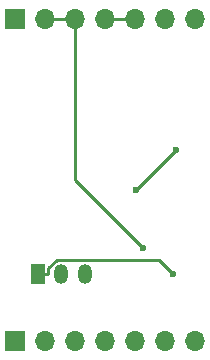
<source format=gbl>
G04 #@! TF.FileFunction,Copper,L2,Bot,Signal*
%FSLAX46Y46*%
G04 Gerber Fmt 4.6, Leading zero omitted, Abs format (unit mm)*
G04 Created by KiCad (PCBNEW 4.0.7-e1-6374~58~ubuntu16.04.1) date Wed Aug  2 21:48:17 2017*
%MOMM*%
%LPD*%
G01*
G04 APERTURE LIST*
%ADD10C,0.100000*%
%ADD11R,1.200000X1.700000*%
%ADD12O,1.200000X1.700000*%
%ADD13R,1.700000X1.700000*%
%ADD14O,1.700000X1.700000*%
%ADD15C,0.600000*%
%ADD16C,0.250000*%
G04 APERTURE END LIST*
D10*
D11*
X147955000Y-114935000D03*
D12*
X149955000Y-114935000D03*
X151955000Y-114935000D03*
D13*
X146050000Y-120650000D03*
D14*
X148590000Y-120650000D03*
X151130000Y-120650000D03*
X153670000Y-120650000D03*
X156210000Y-120650000D03*
X158750000Y-120650000D03*
X161290000Y-120650000D03*
D13*
X146050000Y-93345000D03*
D14*
X148590000Y-93345000D03*
X151130000Y-93345000D03*
X153670000Y-93345000D03*
X156210000Y-93345000D03*
X158750000Y-93345000D03*
X161290000Y-93345000D03*
D15*
X159447500Y-114917100D03*
X156890100Y-112723300D03*
X159700000Y-104454700D03*
X156320600Y-107834100D03*
D16*
X156210000Y-93345000D02*
X153670000Y-93345000D01*
X158271200Y-113740800D02*
X159447500Y-114917100D01*
X149568500Y-113740800D02*
X158271200Y-113740800D01*
X148880300Y-114429000D02*
X149568500Y-113740800D01*
X148880300Y-114935000D02*
X148880300Y-114429000D01*
X147955000Y-114935000D02*
X148880300Y-114935000D01*
X148590000Y-93345000D02*
X149765300Y-93345000D01*
X151130000Y-93345000D02*
X149765300Y-93345000D01*
X151130000Y-106963200D02*
X156890100Y-112723300D01*
X151130000Y-93345000D02*
X151130000Y-106963200D01*
X156320600Y-107834100D02*
X159700000Y-104454700D01*
M02*

</source>
